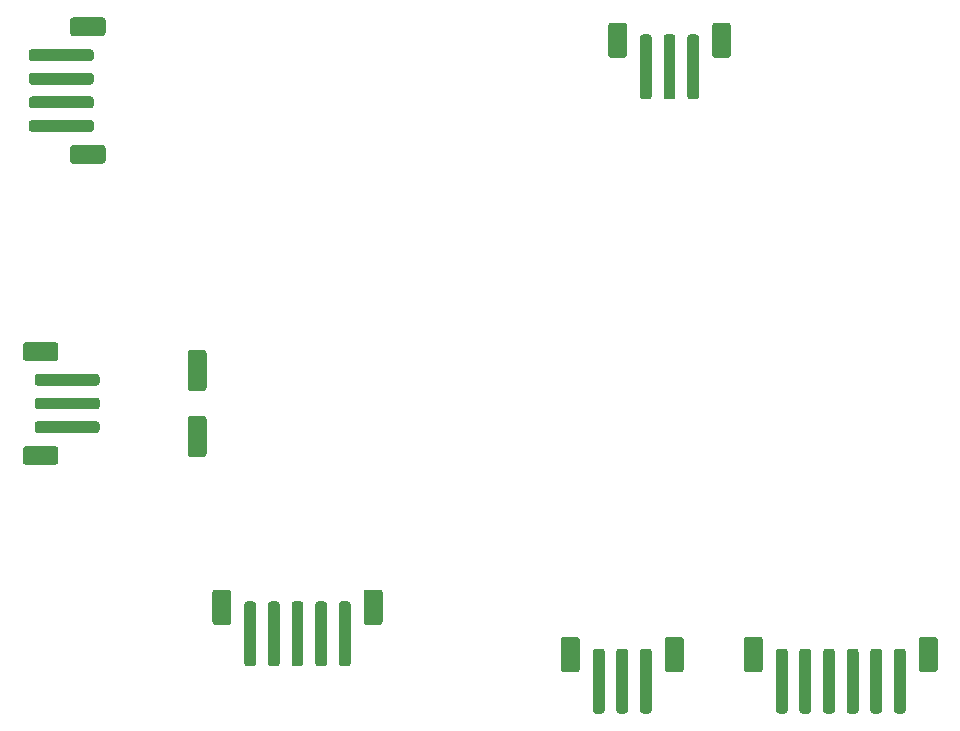
<source format=gbr>
G04 #@! TF.GenerationSoftware,KiCad,Pcbnew,(5.1.9)-1*
G04 #@! TF.CreationDate,2022-06-25T15:55:54-04:00*
G04 #@! TF.ProjectId,TarotMachine,5461726f-744d-4616-9368-696e652e6b69,rev?*
G04 #@! TF.SameCoordinates,Original*
G04 #@! TF.FileFunction,Paste,Top*
G04 #@! TF.FilePolarity,Positive*
%FSLAX46Y46*%
G04 Gerber Fmt 4.6, Leading zero omitted, Abs format (unit mm)*
G04 Created by KiCad (PCBNEW (5.1.9)-1) date 2022-06-25 15:55:54*
%MOMM*%
%LPD*%
G01*
G04 APERTURE LIST*
G04 APERTURE END LIST*
G36*
G01*
X29050000Y-44050000D02*
X27950000Y-44050000D01*
G75*
G02*
X27700000Y-43800000I0J250000D01*
G01*
X27700000Y-40800000D01*
G75*
G02*
X27950000Y-40550000I250000J0D01*
G01*
X29050000Y-40550000D01*
G75*
G02*
X29300000Y-40800000I0J-250000D01*
G01*
X29300000Y-43800000D01*
G75*
G02*
X29050000Y-44050000I-250000J0D01*
G01*
G37*
G36*
G01*
X29050000Y-38450000D02*
X27950000Y-38450000D01*
G75*
G02*
X27700000Y-38200000I0J250000D01*
G01*
X27700000Y-35200000D01*
G75*
G02*
X27950000Y-34950000I250000J0D01*
G01*
X29050000Y-34950000D01*
G75*
G02*
X29300000Y-35200000I0J-250000D01*
G01*
X29300000Y-38200000D01*
G75*
G02*
X29050000Y-38450000I-250000J0D01*
G01*
G37*
G36*
G01*
X68100000Y-62000000D02*
X68100000Y-59500000D01*
G75*
G02*
X68350000Y-59250000I250000J0D01*
G01*
X69450000Y-59250000D01*
G75*
G02*
X69700000Y-59500000I0J-250000D01*
G01*
X69700000Y-62000000D01*
G75*
G02*
X69450000Y-62250000I-250000J0D01*
G01*
X68350000Y-62250000D01*
G75*
G02*
X68100000Y-62000000I0J250000D01*
G01*
G37*
G36*
G01*
X59300000Y-62000000D02*
X59300000Y-59500000D01*
G75*
G02*
X59550000Y-59250000I250000J0D01*
G01*
X60650000Y-59250000D01*
G75*
G02*
X60900000Y-59500000I0J-250000D01*
G01*
X60900000Y-62000000D01*
G75*
G02*
X60650000Y-62250000I-250000J0D01*
G01*
X59550000Y-62250000D01*
G75*
G02*
X59300000Y-62000000I0J250000D01*
G01*
G37*
G36*
G01*
X66000000Y-65500000D02*
X66000000Y-60500000D01*
G75*
G02*
X66250000Y-60250000I250000J0D01*
G01*
X66750000Y-60250000D01*
G75*
G02*
X67000000Y-60500000I0J-250000D01*
G01*
X67000000Y-65500000D01*
G75*
G02*
X66750000Y-65750000I-250000J0D01*
G01*
X66250000Y-65750000D01*
G75*
G02*
X66000000Y-65500000I0J250000D01*
G01*
G37*
G36*
G01*
X64000000Y-65500000D02*
X64000000Y-60500000D01*
G75*
G02*
X64250000Y-60250000I250000J0D01*
G01*
X64750000Y-60250000D01*
G75*
G02*
X65000000Y-60500000I0J-250000D01*
G01*
X65000000Y-65500000D01*
G75*
G02*
X64750000Y-65750000I-250000J0D01*
G01*
X64250000Y-65750000D01*
G75*
G02*
X64000000Y-65500000I0J250000D01*
G01*
G37*
G36*
G01*
X62000000Y-65500000D02*
X62000000Y-60500000D01*
G75*
G02*
X62250000Y-60250000I250000J0D01*
G01*
X62750000Y-60250000D01*
G75*
G02*
X63000000Y-60500000I0J-250000D01*
G01*
X63000000Y-65500000D01*
G75*
G02*
X62750000Y-65750000I-250000J0D01*
G01*
X62250000Y-65750000D01*
G75*
G02*
X62000000Y-65500000I0J250000D01*
G01*
G37*
G36*
G01*
X66000000Y-13500000D02*
X66000000Y-8500000D01*
G75*
G02*
X66250000Y-8250000I250000J0D01*
G01*
X66750000Y-8250000D01*
G75*
G02*
X67000000Y-8500000I0J-250000D01*
G01*
X67000000Y-13500000D01*
G75*
G02*
X66750000Y-13750000I-250000J0D01*
G01*
X66250000Y-13750000D01*
G75*
G02*
X66000000Y-13500000I0J250000D01*
G01*
G37*
G36*
G01*
X68000000Y-13500000D02*
X68000000Y-8500000D01*
G75*
G02*
X68250000Y-8250000I250000J0D01*
G01*
X68750000Y-8250000D01*
G75*
G02*
X69000000Y-8500000I0J-250000D01*
G01*
X69000000Y-13500000D01*
G75*
G02*
X68750000Y-13750000I-250000J0D01*
G01*
X68250000Y-13750000D01*
G75*
G02*
X68000000Y-13500000I0J250000D01*
G01*
G37*
G36*
G01*
X70000000Y-13500000D02*
X70000000Y-8500000D01*
G75*
G02*
X70250000Y-8250000I250000J0D01*
G01*
X70750000Y-8250000D01*
G75*
G02*
X71000000Y-8500000I0J-250000D01*
G01*
X71000000Y-13500000D01*
G75*
G02*
X70750000Y-13750000I-250000J0D01*
G01*
X70250000Y-13750000D01*
G75*
G02*
X70000000Y-13500000I0J250000D01*
G01*
G37*
G36*
G01*
X63300000Y-10000000D02*
X63300000Y-7500000D01*
G75*
G02*
X63550000Y-7250000I250000J0D01*
G01*
X64650000Y-7250000D01*
G75*
G02*
X64900000Y-7500000I0J-250000D01*
G01*
X64900000Y-10000000D01*
G75*
G02*
X64650000Y-10250000I-250000J0D01*
G01*
X63550000Y-10250000D01*
G75*
G02*
X63300000Y-10000000I0J250000D01*
G01*
G37*
G36*
G01*
X72100000Y-10000000D02*
X72100000Y-7500000D01*
G75*
G02*
X72350000Y-7250000I250000J0D01*
G01*
X73450000Y-7250000D01*
G75*
G02*
X73700000Y-7500000I0J-250000D01*
G01*
X73700000Y-10000000D01*
G75*
G02*
X73450000Y-10250000I-250000J0D01*
G01*
X72350000Y-10250000D01*
G75*
G02*
X72100000Y-10000000I0J250000D01*
G01*
G37*
G36*
G01*
X16500000Y-35900000D02*
X14000000Y-35900000D01*
G75*
G02*
X13750000Y-35650000I0J250000D01*
G01*
X13750000Y-34550000D01*
G75*
G02*
X14000000Y-34300000I250000J0D01*
G01*
X16500000Y-34300000D01*
G75*
G02*
X16750000Y-34550000I0J-250000D01*
G01*
X16750000Y-35650000D01*
G75*
G02*
X16500000Y-35900000I-250000J0D01*
G01*
G37*
G36*
G01*
X16500000Y-44700000D02*
X14000000Y-44700000D01*
G75*
G02*
X13750000Y-44450000I0J250000D01*
G01*
X13750000Y-43350000D01*
G75*
G02*
X14000000Y-43100000I250000J0D01*
G01*
X16500000Y-43100000D01*
G75*
G02*
X16750000Y-43350000I0J-250000D01*
G01*
X16750000Y-44450000D01*
G75*
G02*
X16500000Y-44700000I-250000J0D01*
G01*
G37*
G36*
G01*
X20000000Y-38000000D02*
X15000000Y-38000000D01*
G75*
G02*
X14750000Y-37750000I0J250000D01*
G01*
X14750000Y-37250000D01*
G75*
G02*
X15000000Y-37000000I250000J0D01*
G01*
X20000000Y-37000000D01*
G75*
G02*
X20250000Y-37250000I0J-250000D01*
G01*
X20250000Y-37750000D01*
G75*
G02*
X20000000Y-38000000I-250000J0D01*
G01*
G37*
G36*
G01*
X20000000Y-40000000D02*
X15000000Y-40000000D01*
G75*
G02*
X14750000Y-39750000I0J250000D01*
G01*
X14750000Y-39250000D01*
G75*
G02*
X15000000Y-39000000I250000J0D01*
G01*
X20000000Y-39000000D01*
G75*
G02*
X20250000Y-39250000I0J-250000D01*
G01*
X20250000Y-39750000D01*
G75*
G02*
X20000000Y-40000000I-250000J0D01*
G01*
G37*
G36*
G01*
X20000000Y-42000000D02*
X15000000Y-42000000D01*
G75*
G02*
X14750000Y-41750000I0J250000D01*
G01*
X14750000Y-41250000D01*
G75*
G02*
X15000000Y-41000000I250000J0D01*
G01*
X20000000Y-41000000D01*
G75*
G02*
X20250000Y-41250000I0J-250000D01*
G01*
X20250000Y-41750000D01*
G75*
G02*
X20000000Y-42000000I-250000J0D01*
G01*
G37*
G36*
G01*
X77500000Y-65500000D02*
X77500000Y-60500000D01*
G75*
G02*
X77750000Y-60250000I250000J0D01*
G01*
X78250000Y-60250000D01*
G75*
G02*
X78500000Y-60500000I0J-250000D01*
G01*
X78500000Y-65500000D01*
G75*
G02*
X78250000Y-65750000I-250000J0D01*
G01*
X77750000Y-65750000D01*
G75*
G02*
X77500000Y-65500000I0J250000D01*
G01*
G37*
G36*
G01*
X79500000Y-65500000D02*
X79500000Y-60500000D01*
G75*
G02*
X79750000Y-60250000I250000J0D01*
G01*
X80250000Y-60250000D01*
G75*
G02*
X80500000Y-60500000I0J-250000D01*
G01*
X80500000Y-65500000D01*
G75*
G02*
X80250000Y-65750000I-250000J0D01*
G01*
X79750000Y-65750000D01*
G75*
G02*
X79500000Y-65500000I0J250000D01*
G01*
G37*
G36*
G01*
X81500000Y-65500000D02*
X81500000Y-60500000D01*
G75*
G02*
X81750000Y-60250000I250000J0D01*
G01*
X82250000Y-60250000D01*
G75*
G02*
X82500000Y-60500000I0J-250000D01*
G01*
X82500000Y-65500000D01*
G75*
G02*
X82250000Y-65750000I-250000J0D01*
G01*
X81750000Y-65750000D01*
G75*
G02*
X81500000Y-65500000I0J250000D01*
G01*
G37*
G36*
G01*
X83500000Y-65500000D02*
X83500000Y-60500000D01*
G75*
G02*
X83750000Y-60250000I250000J0D01*
G01*
X84250000Y-60250000D01*
G75*
G02*
X84500000Y-60500000I0J-250000D01*
G01*
X84500000Y-65500000D01*
G75*
G02*
X84250000Y-65750000I-250000J0D01*
G01*
X83750000Y-65750000D01*
G75*
G02*
X83500000Y-65500000I0J250000D01*
G01*
G37*
G36*
G01*
X85500000Y-65500000D02*
X85500000Y-60500000D01*
G75*
G02*
X85750000Y-60250000I250000J0D01*
G01*
X86250000Y-60250000D01*
G75*
G02*
X86500000Y-60500000I0J-250000D01*
G01*
X86500000Y-65500000D01*
G75*
G02*
X86250000Y-65750000I-250000J0D01*
G01*
X85750000Y-65750000D01*
G75*
G02*
X85500000Y-65500000I0J250000D01*
G01*
G37*
G36*
G01*
X87500000Y-65500000D02*
X87500000Y-60500000D01*
G75*
G02*
X87750000Y-60250000I250000J0D01*
G01*
X88250000Y-60250000D01*
G75*
G02*
X88500000Y-60500000I0J-250000D01*
G01*
X88500000Y-65500000D01*
G75*
G02*
X88250000Y-65750000I-250000J0D01*
G01*
X87750000Y-65750000D01*
G75*
G02*
X87500000Y-65500000I0J250000D01*
G01*
G37*
G36*
G01*
X74800000Y-62000000D02*
X74800000Y-59500000D01*
G75*
G02*
X75050000Y-59250000I250000J0D01*
G01*
X76150000Y-59250000D01*
G75*
G02*
X76400000Y-59500000I0J-250000D01*
G01*
X76400000Y-62000000D01*
G75*
G02*
X76150000Y-62250000I-250000J0D01*
G01*
X75050000Y-62250000D01*
G75*
G02*
X74800000Y-62000000I0J250000D01*
G01*
G37*
G36*
G01*
X89600000Y-62000000D02*
X89600000Y-59500000D01*
G75*
G02*
X89850000Y-59250000I250000J0D01*
G01*
X90950000Y-59250000D01*
G75*
G02*
X91200000Y-59500000I0J-250000D01*
G01*
X91200000Y-62000000D01*
G75*
G02*
X90950000Y-62250000I-250000J0D01*
G01*
X89850000Y-62250000D01*
G75*
G02*
X89600000Y-62000000I0J250000D01*
G01*
G37*
G36*
G01*
X14500000Y-9500000D02*
X19500000Y-9500000D01*
G75*
G02*
X19750000Y-9750000I0J-250000D01*
G01*
X19750000Y-10250000D01*
G75*
G02*
X19500000Y-10500000I-250000J0D01*
G01*
X14500000Y-10500000D01*
G75*
G02*
X14250000Y-10250000I0J250000D01*
G01*
X14250000Y-9750000D01*
G75*
G02*
X14500000Y-9500000I250000J0D01*
G01*
G37*
G36*
G01*
X14500000Y-11500000D02*
X19500000Y-11500000D01*
G75*
G02*
X19750000Y-11750000I0J-250000D01*
G01*
X19750000Y-12250000D01*
G75*
G02*
X19500000Y-12500000I-250000J0D01*
G01*
X14500000Y-12500000D01*
G75*
G02*
X14250000Y-12250000I0J250000D01*
G01*
X14250000Y-11750000D01*
G75*
G02*
X14500000Y-11500000I250000J0D01*
G01*
G37*
G36*
G01*
X14500000Y-13500000D02*
X19500000Y-13500000D01*
G75*
G02*
X19750000Y-13750000I0J-250000D01*
G01*
X19750000Y-14250000D01*
G75*
G02*
X19500000Y-14500000I-250000J0D01*
G01*
X14500000Y-14500000D01*
G75*
G02*
X14250000Y-14250000I0J250000D01*
G01*
X14250000Y-13750000D01*
G75*
G02*
X14500000Y-13500000I250000J0D01*
G01*
G37*
G36*
G01*
X14500000Y-15500000D02*
X19500000Y-15500000D01*
G75*
G02*
X19750000Y-15750000I0J-250000D01*
G01*
X19750000Y-16250000D01*
G75*
G02*
X19500000Y-16500000I-250000J0D01*
G01*
X14500000Y-16500000D01*
G75*
G02*
X14250000Y-16250000I0J250000D01*
G01*
X14250000Y-15750000D01*
G75*
G02*
X14500000Y-15500000I250000J0D01*
G01*
G37*
G36*
G01*
X18000000Y-6800000D02*
X20500000Y-6800000D01*
G75*
G02*
X20750000Y-7050000I0J-250000D01*
G01*
X20750000Y-8150000D01*
G75*
G02*
X20500000Y-8400000I-250000J0D01*
G01*
X18000000Y-8400000D01*
G75*
G02*
X17750000Y-8150000I0J250000D01*
G01*
X17750000Y-7050000D01*
G75*
G02*
X18000000Y-6800000I250000J0D01*
G01*
G37*
G36*
G01*
X18000000Y-17600000D02*
X20500000Y-17600000D01*
G75*
G02*
X20750000Y-17850000I0J-250000D01*
G01*
X20750000Y-18950000D01*
G75*
G02*
X20500000Y-19200000I-250000J0D01*
G01*
X18000000Y-19200000D01*
G75*
G02*
X17750000Y-18950000I0J250000D01*
G01*
X17750000Y-17850000D01*
G75*
G02*
X18000000Y-17600000I250000J0D01*
G01*
G37*
G36*
G01*
X32500000Y-61500000D02*
X32500000Y-56500000D01*
G75*
G02*
X32750000Y-56250000I250000J0D01*
G01*
X33250000Y-56250000D01*
G75*
G02*
X33500000Y-56500000I0J-250000D01*
G01*
X33500000Y-61500000D01*
G75*
G02*
X33250000Y-61750000I-250000J0D01*
G01*
X32750000Y-61750000D01*
G75*
G02*
X32500000Y-61500000I0J250000D01*
G01*
G37*
G36*
G01*
X34500000Y-61500000D02*
X34500000Y-56500000D01*
G75*
G02*
X34750000Y-56250000I250000J0D01*
G01*
X35250000Y-56250000D01*
G75*
G02*
X35500000Y-56500000I0J-250000D01*
G01*
X35500000Y-61500000D01*
G75*
G02*
X35250000Y-61750000I-250000J0D01*
G01*
X34750000Y-61750000D01*
G75*
G02*
X34500000Y-61500000I0J250000D01*
G01*
G37*
G36*
G01*
X36500000Y-61500000D02*
X36500000Y-56500000D01*
G75*
G02*
X36750000Y-56250000I250000J0D01*
G01*
X37250000Y-56250000D01*
G75*
G02*
X37500000Y-56500000I0J-250000D01*
G01*
X37500000Y-61500000D01*
G75*
G02*
X37250000Y-61750000I-250000J0D01*
G01*
X36750000Y-61750000D01*
G75*
G02*
X36500000Y-61500000I0J250000D01*
G01*
G37*
G36*
G01*
X38500000Y-61500000D02*
X38500000Y-56500000D01*
G75*
G02*
X38750000Y-56250000I250000J0D01*
G01*
X39250000Y-56250000D01*
G75*
G02*
X39500000Y-56500000I0J-250000D01*
G01*
X39500000Y-61500000D01*
G75*
G02*
X39250000Y-61750000I-250000J0D01*
G01*
X38750000Y-61750000D01*
G75*
G02*
X38500000Y-61500000I0J250000D01*
G01*
G37*
G36*
G01*
X40500000Y-61500000D02*
X40500000Y-56500000D01*
G75*
G02*
X40750000Y-56250000I250000J0D01*
G01*
X41250000Y-56250000D01*
G75*
G02*
X41500000Y-56500000I0J-250000D01*
G01*
X41500000Y-61500000D01*
G75*
G02*
X41250000Y-61750000I-250000J0D01*
G01*
X40750000Y-61750000D01*
G75*
G02*
X40500000Y-61500000I0J250000D01*
G01*
G37*
G36*
G01*
X29800000Y-58000000D02*
X29800000Y-55500000D01*
G75*
G02*
X30050000Y-55250000I250000J0D01*
G01*
X31150000Y-55250000D01*
G75*
G02*
X31400000Y-55500000I0J-250000D01*
G01*
X31400000Y-58000000D01*
G75*
G02*
X31150000Y-58250000I-250000J0D01*
G01*
X30050000Y-58250000D01*
G75*
G02*
X29800000Y-58000000I0J250000D01*
G01*
G37*
G36*
G01*
X42600000Y-58000000D02*
X42600000Y-55500000D01*
G75*
G02*
X42850000Y-55250000I250000J0D01*
G01*
X43950000Y-55250000D01*
G75*
G02*
X44200000Y-55500000I0J-250000D01*
G01*
X44200000Y-58000000D01*
G75*
G02*
X43950000Y-58250000I-250000J0D01*
G01*
X42850000Y-58250000D01*
G75*
G02*
X42600000Y-58000000I0J250000D01*
G01*
G37*
M02*

</source>
